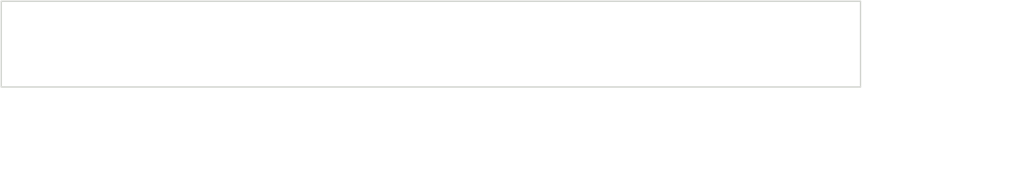
<source format=kicad_pcb>
(kicad_pcb (version 4) (host pcbnew 4.0.1-stable)

  (general
    (links 0)
    (no_connects 0)
    (area 149.924999 129.924999 250.075001 140.075001)
    (thickness 1.6)
    (drawings 9)
    (tracks 0)
    (zones 0)
    (modules 0)
    (nets 1)
  )

  (page A3)
  (title_block
    (comment 1 W002)
  )

  (layers
    (0 F.Cu signal)
    (31 B.Cu signal)
    (32 B.Adhes user)
    (33 F.Adhes user)
    (34 B.Paste user)
    (35 F.Paste user)
    (36 B.SilkS user)
    (37 F.SilkS user)
    (38 B.Mask user)
    (39 F.Mask user)
    (40 Dwgs.User user)
    (41 Cmts.User user)
    (42 Eco1.User user)
    (43 Eco2.User user)
    (44 Edge.Cuts user)
    (45 Margin user)
    (46 B.CrtYd user)
    (47 F.CrtYd user)
    (48 B.Fab user)
    (49 F.Fab user)
  )

  (setup
    (last_trace_width 0.25)
    (trace_clearance 0.2)
    (zone_clearance 0.508)
    (zone_45_only no)
    (trace_min 0.2)
    (segment_width 0.2)
    (edge_width 0.15)
    (via_size 0.6)
    (via_drill 0.4)
    (via_min_size 0.4)
    (via_min_drill 0.3)
    (uvia_size 0.3)
    (uvia_drill 0.1)
    (uvias_allowed no)
    (uvia_min_size 0.2)
    (uvia_min_drill 0.1)
    (pcb_text_width 0.3)
    (pcb_text_size 1.5 1.5)
    (mod_edge_width 0.15)
    (mod_text_size 1 1)
    (mod_text_width 0.15)
    (pad_size 1.524 1.524)
    (pad_drill 0.762)
    (pad_to_mask_clearance 0.2)
    (aux_axis_origin 150 130)
    (grid_origin 150 130)
    (visible_elements FFFFFF7F)
    (pcbplotparams
      (layerselection 0x00030_80000001)
      (usegerberextensions false)
      (excludeedgelayer true)
      (linewidth 0.100000)
      (plotframeref false)
      (viasonmask false)
      (mode 1)
      (useauxorigin false)
      (hpglpennumber 1)
      (hpglpenspeed 20)
      (hpglpendiameter 15)
      (hpglpenoverlay 2)
      (psnegative false)
      (psa4output false)
      (plotreference true)
      (plotvalue true)
      (plotinvisibletext false)
      (padsonsilk false)
      (subtractmaskfromsilk false)
      (outputformat 1)
      (mirror false)
      (drillshape 1)
      (scaleselection 1)
      (outputdirectory ""))
  )

  (net 0 "")

  (net_class Default "Questo è il gruppo di collegamenti predefinito"
    (clearance 0.2)
    (trace_width 0.25)
    (via_dia 0.6)
    (via_drill 0.4)
    (uvia_dia 0.3)
    (uvia_drill 0.1)
  )

  (gr_line (start 168 130) (end 168 140) (angle 90) (layer Cmts.User) (width 0.2))
  (gr_line (start 159 140) (end 159 130) (angle 90) (layer Cmts.User) (width 0.2))
  (gr_line (start 250 135) (end 150 135) (angle 90) (layer Cmts.User) (width 0.2))
  (dimension 100 (width 0.3) (layer Cmts.User)
    (gr_text "100 mm" (at 200 151.35) (layer Cmts.User) (tstamp 56FD91DC)
      (effects (font (size 1.5 1.5) (thickness 0.3)))
    )
    (feature1 (pts (xy 150 140) (xy 150 152.7)))
    (feature2 (pts (xy 250 140) (xy 250 152.7)))
    (crossbar (pts (xy 250 150) (xy 150 150)))
    (arrow1a (pts (xy 150 150) (xy 151.126504 149.413579)))
    (arrow1b (pts (xy 150 150) (xy 151.126504 150.586421)))
    (arrow2a (pts (xy 250 150) (xy 248.873496 149.413579)))
    (arrow2b (pts (xy 250 150) (xy 248.873496 150.586421)))
  )
  (dimension 10 (width 0.3) (layer Cmts.User)
    (gr_text "10 mm" (at 266.35 135 270) (layer Cmts.User)
      (effects (font (size 1.5 1.5) (thickness 0.3)))
    )
    (feature1 (pts (xy 250 140) (xy 267.7 140)))
    (feature2 (pts (xy 250 130) (xy 267.7 130)))
    (crossbar (pts (xy 265 130) (xy 265 140)))
    (arrow1a (pts (xy 265 140) (xy 264.413579 138.873496)))
    (arrow1b (pts (xy 265 140) (xy 265.586421 138.873496)))
    (arrow2a (pts (xy 265 130) (xy 264.413579 131.126504)))
    (arrow2b (pts (xy 265 130) (xy 265.586421 131.126504)))
  )
  (gr_line (start 250 130) (end 150 130) (angle 90) (layer Edge.Cuts) (width 0.15))
  (gr_line (start 250 140) (end 250 130) (angle 90) (layer Edge.Cuts) (width 0.15))
  (gr_line (start 150 140) (end 250 140) (angle 90) (layer Edge.Cuts) (width 0.15))
  (gr_line (start 150 130) (end 150 140) (angle 90) (layer Edge.Cuts) (width 0.15))

)

</source>
